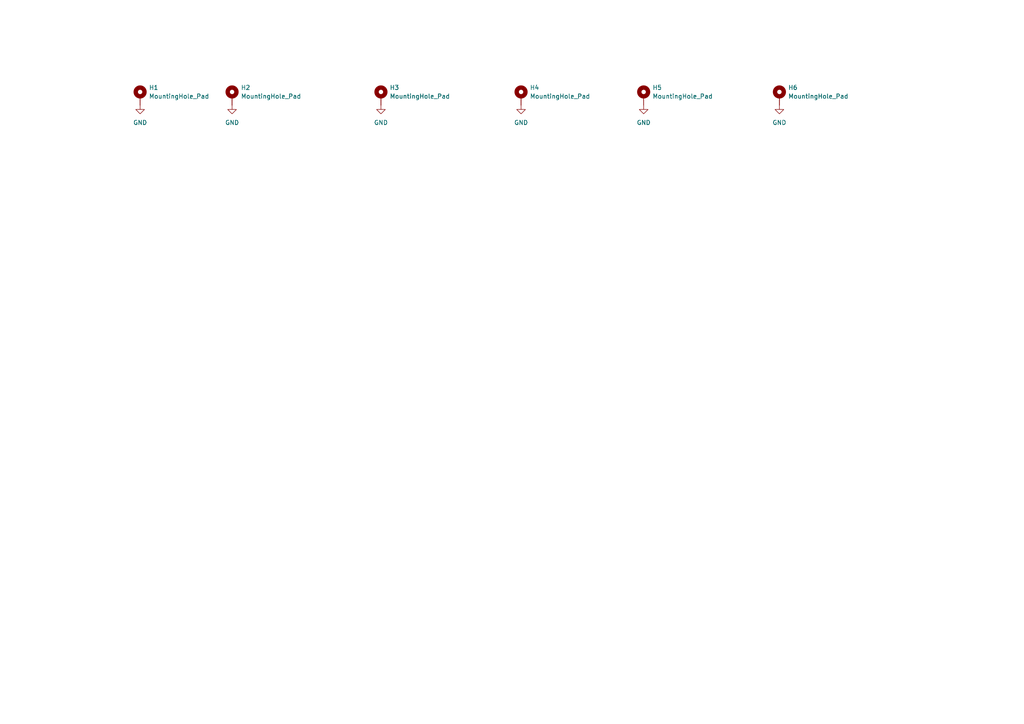
<source format=kicad_sch>
(kicad_sch (version 20211123) (generator eeschema)
  (paper "A4")
  (lib_symbols
    (symbol "Mechanical:MountingHole_Pad" (pin_numbers hide) (pin_names (offset 1.016) hide)
      (property "Reference" "H" (at 0 6.35 0))
      (property "Value" "MountingHole_Pad" (at 0 4.445 0))
      (symbol "MountingHole_Pad_0_1"
        (circle (center 0 1.27) (radius 1.27) (stroke (width 1.27)))
      )
      (symbol "MountingHole_Pad_1_1"
        (pin input line (at 0 -2.54 90) (length 2.54) (name "1") (number "1"))
      )
    )
    (symbol "power:GND" (power) (pin_names (offset 0))
      (property "Value" "GND" (at 0 -3.81 0))
      (symbol "GND_0_1"
        (polyline (pts (xy 0 0) (xy 0 -1.27) (xy 1.27 -1.27) (xy 0 -2.54) (xy -1.27 -1.27) (xy 0 -1.27)))
      )
      (symbol "GND_1_1"
        (pin power_in line (at 0 0 270) (length 0) hide (name "GND") (number "1"))
      )
    )
  )
  (symbol (lib_id "power:GND") (at 226.06 30.48 0) (unit 1)
    (property "Reference" "#PWR0228" (effects hide))
    (property "Value" "GND" (at 226.06 35.56 0))
  )
  (symbol (lib_id "Mechanical:MountingHole_Pad") (at 226.06 27.94 0) (unit 1)
    (property "Reference" "H6" (at 228.6 25.3999 0) (effects (justify left)))
    (property "Value" "MountingHole_Pad" (at 228.6 27.9399 0) (effects (justify left)))
    (property "Footprint" "MountingHole:MountingHole_3.2mm_M3_Pad_Via" (effects hide))
  )
  (symbol (lib_id "power:GND") (at 110.49 30.48 0) (unit 1)
    (property "Reference" "#PWR0225" (effects hide))
    (property "Value" "GND" (at 110.49 35.56 0))
  )
  (symbol (lib_id "Mechanical:MountingHole_Pad") (at 110.49 27.94 0) (unit 1)
    (property "Reference" "H3" (at 113.03 25.3999 0) (effects (justify left)))
    (property "Value" "MountingHole_Pad" (at 113.03 27.9399 0) (effects (justify left)))
    (property "Footprint" "MountingHole:MountingHole_3.2mm_M3_Pad_Via" (effects hide))
  )
  (symbol (lib_id "power:GND") (at 151.13 30.48 0) (unit 1)
    (property "Reference" "#PWR0226" (effects hide))
    (property "Value" "GND" (at 151.13 35.56 0))
  )
  (symbol (lib_id "power:GND") (at 40.64 30.48 0) (unit 1)
    (property "Reference" "#PWR0223" (effects hide))
    (property "Value" "GND" (at 40.64 35.56 0))
  )
  (symbol (lib_id "power:GND") (at 67.31 30.48 0) (unit 1)
    (property "Reference" "#PWR0224" (effects hide))
    (property "Value" "GND" (at 67.31 35.56 0))
  )
  (symbol (lib_id "Mechanical:MountingHole_Pad") (at 151.13 27.94 0) (unit 1)
    (property "Reference" "H4" (at 153.67 25.3999 0) (effects (justify left)))
    (property "Value" "MountingHole_Pad" (at 153.67 27.9399 0) (effects (justify left)))
    (property "Footprint" "MountingHole:MountingHole_3.2mm_M3_Pad_Via" (effects hide))
  )
  (symbol (lib_id "Mechanical:MountingHole_Pad") (at 67.31 27.94 0) (unit 1)
    (property "Reference" "H2" (at 69.85 25.3999 0) (effects (justify left)))
    (property "Value" "MountingHole_Pad" (at 69.85 27.9399 0) (effects (justify left)))
    (property "Footprint" "MountingHole:MountingHole_3.2mm_M3_Pad_Via" (effects hide))
  )
  (symbol (lib_id "power:GND") (at 186.69 30.48 0) (unit 1)
    (property "Reference" "#PWR0227" (effects hide))
    (property "Value" "GND" (at 186.69 35.56 0))
  )
  (symbol (lib_id "Mechanical:MountingHole_Pad") (at 40.64 27.94 0) (unit 1)
    (property "Reference" "H1" (at 43.18 25.3999 0) (effects (justify left)))
    (property "Value" "MountingHole_Pad" (at 43.18 27.9399 0) (effects (justify left)))
    (property "Footprint" "MountingHole:MountingHole_3.2mm_M3_Pad_Via" (effects hide))
  )
  (symbol (lib_id "Mechanical:MountingHole_Pad") (at 186.69 27.94 0) (unit 1)
    (property "Reference" "H5" (at 189.23 25.3999 0) (effects (justify left)))
    (property "Value" "MountingHole_Pad" (at 189.23 27.9399 0) (effects (justify left)))
    (property "Footprint" "MountingHole:MountingHole_3.2mm_M3_Pad_Via" (effects hide))
  )
)
</source>
